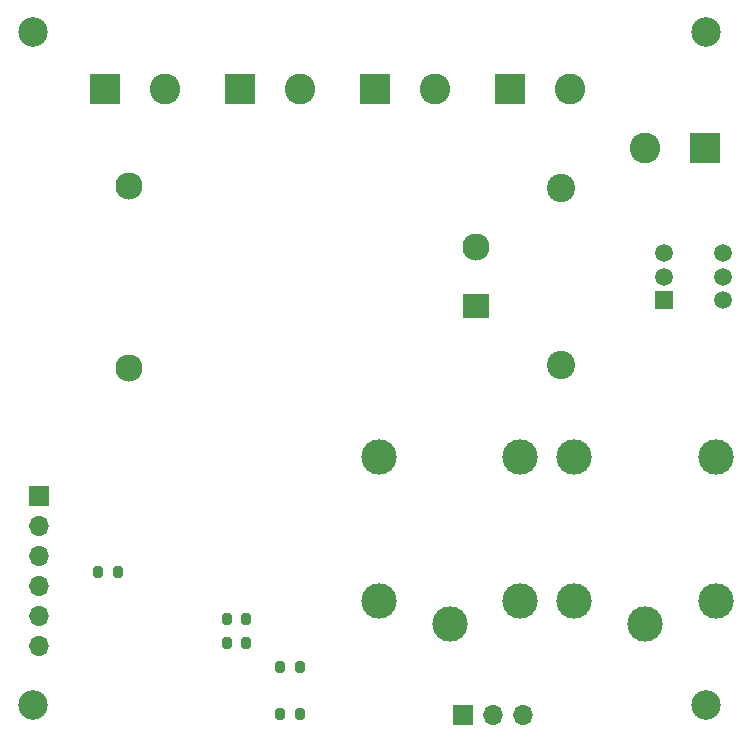
<source format=gbs>
G04 #@! TF.GenerationSoftware,KiCad,Pcbnew,7.0.8*
G04 #@! TF.CreationDate,2024-05-10T00:54:25-03:00*
G04 #@! TF.ProjectId,on_off_module_x2,6f6e5f6f-6666-45f6-9d6f-64756c655f78,1.0*
G04 #@! TF.SameCoordinates,Original*
G04 #@! TF.FileFunction,Soldermask,Bot*
G04 #@! TF.FilePolarity,Negative*
%FSLAX46Y46*%
G04 Gerber Fmt 4.6, Leading zero omitted, Abs format (unit mm)*
G04 Created by KiCad (PCBNEW 7.0.8) date 2024-05-10 00:54:25*
%MOMM*%
%LPD*%
G01*
G04 APERTURE LIST*
G04 Aperture macros list*
%AMRoundRect*
0 Rectangle with rounded corners*
0 $1 Rounding radius*
0 $2 $3 $4 $5 $6 $7 $8 $9 X,Y pos of 4 corners*
0 Add a 4 corners polygon primitive as box body*
4,1,4,$2,$3,$4,$5,$6,$7,$8,$9,$2,$3,0*
0 Add four circle primitives for the rounded corners*
1,1,$1+$1,$2,$3*
1,1,$1+$1,$4,$5*
1,1,$1+$1,$6,$7*
1,1,$1+$1,$8,$9*
0 Add four rect primitives between the rounded corners*
20,1,$1+$1,$2,$3,$4,$5,0*
20,1,$1+$1,$4,$5,$6,$7,0*
20,1,$1+$1,$6,$7,$8,$9,0*
20,1,$1+$1,$8,$9,$2,$3,0*%
G04 Aperture macros list end*
%ADD10R,2.600000X2.600000*%
%ADD11C,2.600000*%
%ADD12C,2.500000*%
%ADD13R,1.700000X1.700000*%
%ADD14O,1.700000X1.700000*%
%ADD15C,3.000000*%
%ADD16C,2.400000*%
%ADD17C,2.300000*%
%ADD18R,2.300000X2.000000*%
%ADD19C,1.500000*%
%ADD20R,1.500000X1.500000*%
%ADD21RoundRect,0.200000X-0.200000X-0.275000X0.200000X-0.275000X0.200000X0.275000X-0.200000X0.275000X0*%
%ADD22RoundRect,0.200000X0.200000X0.275000X-0.200000X0.275000X-0.200000X-0.275000X0.200000X-0.275000X0*%
G04 APERTURE END LIST*
D10*
X160467200Y-67295054D03*
D11*
X165547200Y-67295054D03*
D10*
X149037200Y-67295054D03*
D11*
X154117200Y-67295054D03*
D10*
X137607200Y-67295054D03*
D11*
X142687200Y-67295054D03*
X131262200Y-67295054D03*
D10*
X126182200Y-67295054D03*
D12*
X120091200Y-62481908D03*
D13*
X156540200Y-120323754D03*
D14*
X159080200Y-120323754D03*
X161620200Y-120323754D03*
D12*
X177091200Y-119481907D03*
D15*
X171907200Y-112625755D03*
X165907200Y-98425755D03*
X177907200Y-98425755D03*
X177907200Y-110625755D03*
X165907200Y-110625755D03*
X155390200Y-112625754D03*
X149390200Y-98425754D03*
X161390200Y-98425754D03*
X161390200Y-110625754D03*
X149390200Y-110625754D03*
D13*
X120599200Y-101781754D03*
D14*
X120599200Y-104321754D03*
X120599200Y-106861754D03*
X120599200Y-109401754D03*
X120599200Y-111941754D03*
X120599200Y-114481754D03*
D11*
X171907200Y-72317754D03*
D10*
X176987200Y-72317754D03*
D16*
X164795200Y-75695054D03*
X164795200Y-90695054D03*
D17*
X128219200Y-75495054D03*
X128219200Y-90895054D03*
X157619200Y-80695054D03*
D18*
X157619200Y-85695054D03*
D12*
X120091200Y-119481908D03*
X177091200Y-62481854D03*
D19*
X178511200Y-81195054D03*
X178511200Y-83195054D03*
X178511200Y-85195054D03*
X173511200Y-81195054D03*
X173511200Y-83195054D03*
D20*
X173511200Y-85195054D03*
D21*
X138188200Y-114211600D03*
X136538200Y-114211600D03*
X136538200Y-112211602D03*
X138188200Y-112211602D03*
D22*
X142698200Y-120211600D03*
X141048200Y-120211600D03*
X127298200Y-108211606D03*
X125648200Y-108211606D03*
X142698200Y-116211607D03*
X141048200Y-116211607D03*
M02*

</source>
